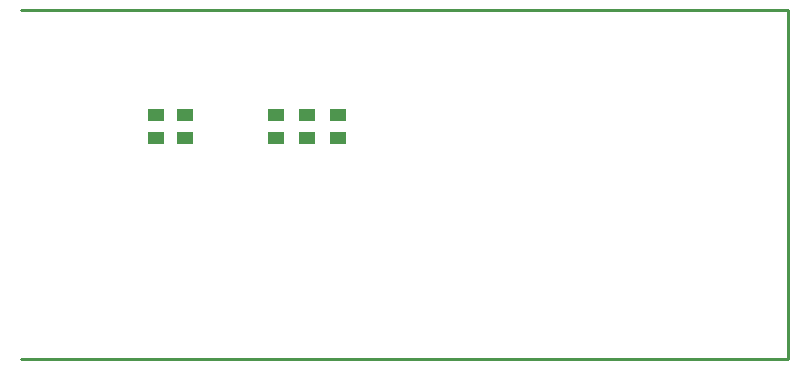
<source format=gtp>
G04 Layer_Color=8421504*
%FSLAX42Y42*%
%MOMM*%
G71*
G01*
G75*
%ADD10R,1.40X1.02*%
%ADD13C,0.25*%
D10*
X5682Y4870D02*
D03*
Y5060D02*
D03*
X5420D02*
D03*
Y4870D02*
D03*
X5165Y5060D02*
D03*
Y4870D02*
D03*
X4392Y4869D02*
D03*
Y5060D02*
D03*
X4142Y4869D02*
D03*
Y5060D02*
D03*
D13*
X3000Y5952D02*
X9486D01*
X3000Y3000D02*
X9498D01*
Y2999D02*
Y5952D01*
M02*

</source>
